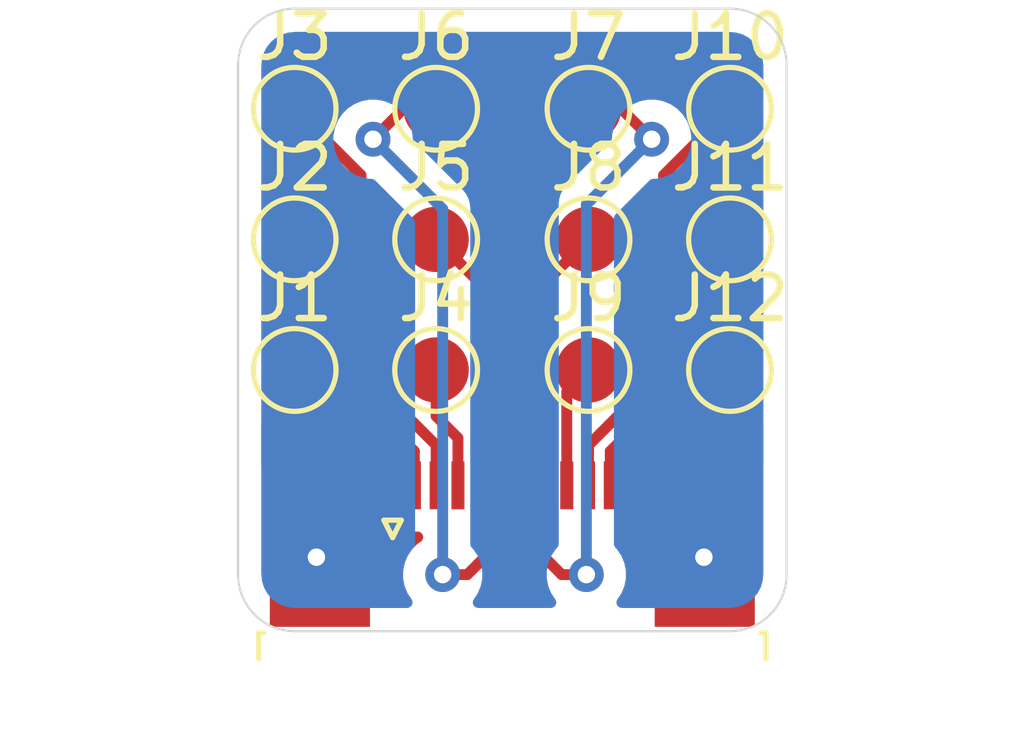
<source format=kicad_pcb>
(kicad_pcb (version 20171130) (host pcbnew "(5.1.5)-2")

  (general
    (thickness 1.6)
    (drawings 9)
    (tracks 63)
    (zones 0)
    (modules 13)
    (nets 14)
  )

  (page A4)
  (layers
    (0 F.Cu signal)
    (31 B.Cu signal)
    (32 B.Adhes user)
    (33 F.Adhes user)
    (34 B.Paste user)
    (35 F.Paste user)
    (36 B.SilkS user)
    (37 F.SilkS user)
    (38 B.Mask user)
    (39 F.Mask user)
    (40 Dwgs.User user)
    (41 Cmts.User user)
    (42 Eco1.User user)
    (43 Eco2.User user)
    (44 Edge.Cuts user)
    (45 Margin user)
    (46 B.CrtYd user)
    (47 F.CrtYd user)
    (48 B.Fab user)
    (49 F.Fab user)
  )

  (setup
    (last_trace_width 0.25)
    (trace_clearance 0.2)
    (zone_clearance 0.508)
    (zone_45_only no)
    (trace_min 0.2)
    (via_size 0.8)
    (via_drill 0.4)
    (via_min_size 0.4)
    (via_min_drill 0.3)
    (uvia_size 0.3)
    (uvia_drill 0.1)
    (uvias_allowed no)
    (uvia_min_size 0.2)
    (uvia_min_drill 0.1)
    (edge_width 0.05)
    (segment_width 0.2)
    (pcb_text_width 0.3)
    (pcb_text_size 1.5 1.5)
    (mod_edge_width 0.12)
    (mod_text_size 1 1)
    (mod_text_width 0.15)
    (pad_size 2.3 3.1)
    (pad_drill 0)
    (pad_to_mask_clearance 0.051)
    (solder_mask_min_width 0.25)
    (aux_axis_origin 0 0)
    (visible_elements 7FFFFFFF)
    (pcbplotparams
      (layerselection 0x010f0_ffffffff)
      (usegerberextensions true)
      (usegerberattributes false)
      (usegerberadvancedattributes false)
      (creategerberjobfile false)
      (excludeedgelayer true)
      (linewidth 0.100000)
      (plotframeref false)
      (viasonmask false)
      (mode 1)
      (useauxorigin false)
      (hpglpennumber 1)
      (hpglpenspeed 20)
      (hpglpendiameter 15.000000)
      (psnegative false)
      (psa4output false)
      (plotreference true)
      (plotvalue true)
      (plotinvisibletext false)
      (padsonsilk false)
      (subtractmaskfromsilk false)
      (outputformat 1)
      (mirror false)
      (drillshape 0)
      (scaleselection 1)
      (outputdirectory "gerbers/"))
  )

  (net 0 "")
  (net 1 "Net-(J1-Pad1)")
  (net 2 "Net-(J13-Pad3)")
  (net 3 "Net-(J13-Pad5)")
  (net 4 "Net-(J13-Pad7)")
  (net 5 "Net-(J13-Pad9)")
  (net 6 "Net-(J13-Pad2)")
  (net 7 "Net-(J13-Pad4)")
  (net 8 "Net-(J13-Pad6)")
  (net 9 "Net-(J10-Pad1)")
  (net 10 "Net-(J11-Pad1)")
  (net 11 "Net-(J12-Pad1)")
  (net 12 "Net-(J13-Pad8)")
  (net 13 GND)

  (net_class Default "This is the default net class."
    (clearance 0.2)
    (trace_width 0.25)
    (via_dia 0.8)
    (via_drill 0.4)
    (uvia_dia 0.3)
    (uvia_drill 0.1)
    (add_net GND)
    (add_net "Net-(J1-Pad1)")
    (add_net "Net-(J10-Pad1)")
    (add_net "Net-(J11-Pad1)")
    (add_net "Net-(J12-Pad1)")
    (add_net "Net-(J13-Pad2)")
    (add_net "Net-(J13-Pad3)")
    (add_net "Net-(J13-Pad4)")
    (add_net "Net-(J13-Pad5)")
    (add_net "Net-(J13-Pad6)")
    (add_net "Net-(J13-Pad7)")
    (add_net "Net-(J13-Pad8)")
    (add_net "Net-(J13-Pad9)")
  )

  (module Connector_FFC-FPC:TE_1-1734839-2_1x12-1MP_P0.5mm_Horizontal (layer F.Cu) (tedit 5EC60BBC) (tstamp 5EC649DA)
    (at 0 0)
    (descr "TE FPC connector, 12 top-side contacts, 0.5mm pitch, SMT, https://www.te.com/commerce/DocumentDelivery/DDEController?Action=showdoc&DocId=Customer+Drawing%7F1734839%7FC%7Fpdf%7FEnglish%7FENG_CD_1734839_C_C_1734839.pdf%7F4-1734839-0")
    (tags "te fpc 1734839")
    (path /5EC5FAE4)
    (attr smd)
    (fp_text reference J13 (at 0 -3.1) (layer F.SilkS) hide
      (effects (font (size 1 1) (thickness 0.15)))
    )
    (fp_text value Conn_01x13_Male (at 0 3.25) (layer Dwgs.User)
      (effects (font (size 0.5 0.5) (thickness 0.08)))
    )
    (fp_text user %R (at 0 1.55) (layer F.Fab)
      (effects (font (size 1 1) (thickness 0.15)))
    )
    (fp_line (start 6.22 -2.4) (end -6.22 -2.4) (layer F.CrtYd) (width 0.05))
    (fp_line (start 6.22 4.25) (end 6.22 -2.4) (layer F.CrtYd) (width 0.05))
    (fp_line (start -6.22 4.25) (end 6.22 4.25) (layer F.CrtYd) (width 0.05))
    (fp_line (start -6.22 -2.4) (end -6.22 4.25) (layer F.CrtYd) (width 0.05))
    (fp_line (start 5.605 2.75) (end -5.605 2.75) (layer Dwgs.User) (width 0.1))
    (fp_line (start -2.55 -0.55) (end -2.95 -0.55) (layer F.SilkS) (width 0.12))
    (fp_line (start -2.75 -0.15) (end -2.55 -0.55) (layer F.SilkS) (width 0.12))
    (fp_line (start -2.95 -0.55) (end -2.75 -0.15) (layer F.SilkS) (width 0.12))
    (fp_line (start 5.825 2.04) (end 5.825 2.64) (layer F.SilkS) (width 0.12))
    (fp_line (start 5.715 2.04) (end 5.825 2.04) (layer F.SilkS) (width 0.12))
    (fp_line (start -5.825 2.04) (end -5.825 2.64) (layer F.SilkS) (width 0.12))
    (fp_line (start -5.715 2.04) (end -5.825 2.04) (layer F.SilkS) (width 0.12))
    (fp_line (start -2.75 0.15) (end -2.35 -0.65) (layer F.Fab) (width 0.1))
    (fp_line (start -3.15 -0.65) (end -2.75 0.15) (layer F.Fab) (width 0.1))
    (fp_line (start -5.06 2.15) (end -5.06 -0.65) (layer F.Fab) (width 0.1))
    (fp_line (start -5.715 2.15) (end -5.06 2.15) (layer F.Fab) (width 0.1))
    (fp_line (start -5.715 3.75) (end -5.715 2.15) (layer F.Fab) (width 0.1))
    (fp_line (start 5.715 3.75) (end -5.715 3.75) (layer F.Fab) (width 0.1))
    (fp_line (start 5.715 2.15) (end 5.715 3.75) (layer F.Fab) (width 0.1))
    (fp_line (start 5.06 2.15) (end 5.715 2.15) (layer F.Fab) (width 0.1))
    (fp_line (start 5.06 -0.65) (end 5.06 2.15) (layer F.Fab) (width 0.1))
    (fp_line (start -5.06 -0.65) (end 5.06 -0.65) (layer F.Fab) (width 0.1))
    (pad 13 smd rect (at 4.42 0.35) (size 2.3 3.1) (layers F.Cu F.Paste F.Mask)
      (net 13 GND))
    (pad 13 smd rect (at -4.42 0.35) (size 2.3 3.1) (layers F.Cu F.Paste F.Mask)
      (net 13 GND))
    (pad 12 smd rect (at 2.75 -1.35) (size 0.3 1.1) (layers F.Cu F.Paste F.Mask)
      (net 11 "Net-(J12-Pad1)"))
    (pad 11 smd rect (at 2.25 -1.35) (size 0.3 1.1) (layers F.Cu F.Paste F.Mask)
      (net 10 "Net-(J11-Pad1)"))
    (pad 10 smd rect (at 1.75 -1.35) (size 0.3 1.1) (layers F.Cu F.Paste F.Mask)
      (net 9 "Net-(J10-Pad1)"))
    (pad 9 smd rect (at 1.25 -1.35) (size 0.3 1.1) (layers F.Cu F.Paste F.Mask)
      (net 5 "Net-(J13-Pad9)"))
    (pad 8 smd rect (at 0.75 -1.35) (size 0.3 1.1) (layers F.Cu F.Paste F.Mask)
      (net 12 "Net-(J13-Pad8)"))
    (pad 7 smd rect (at 0.25 -1.35) (size 0.3 1.1) (layers F.Cu F.Paste F.Mask)
      (net 4 "Net-(J13-Pad7)"))
    (pad 6 smd rect (at -0.25 -1.35) (size 0.3 1.1) (layers F.Cu F.Paste F.Mask)
      (net 8 "Net-(J13-Pad6)"))
    (pad 5 smd rect (at -0.75 -1.35) (size 0.3 1.1) (layers F.Cu F.Paste F.Mask)
      (net 3 "Net-(J13-Pad5)"))
    (pad 4 smd rect (at -1.25 -1.35) (size 0.3 1.1) (layers F.Cu F.Paste F.Mask)
      (net 7 "Net-(J13-Pad4)"))
    (pad 3 smd rect (at -1.75 -1.35) (size 0.3 1.1) (layers F.Cu F.Paste F.Mask)
      (net 2 "Net-(J13-Pad3)"))
    (pad 2 smd rect (at -2.25 -1.35) (size 0.3 1.1) (layers F.Cu F.Paste F.Mask)
      (net 6 "Net-(J13-Pad2)"))
    (pad 1 smd rect (at -2.75 -1.35) (size 0.3 1.1) (layers F.Cu F.Paste F.Mask)
      (net 1 "Net-(J1-Pad1)"))
    (model ${KISYS3DMOD}/Connector_FFC-FPC.3dshapes/TE_1-1734839-2_1x12-1MP_P0.5mm_Horizontal.wrl
      (at (xyz 0 0 0))
      (scale (xyz 1 1 1))
      (rotate (xyz 0 0 0))
    )
  )

  (module TestPoint:TestPoint_Pad_D1.5mm (layer F.Cu) (tedit 5A0F774F) (tstamp 5EC649B1)
    (at 5 -4)
    (descr "SMD pad as test Point, diameter 1.5mm")
    (tags "test point SMD pad")
    (path /5EC65C02)
    (attr virtual)
    (fp_text reference J12 (at 0 -1.648) (layer F.SilkS)
      (effects (font (size 1 1) (thickness 0.15)))
    )
    (fp_text value Conn_01x01_Male (at 0 1.75) (layer F.Fab)
      (effects (font (size 1 1) (thickness 0.15)))
    )
    (fp_circle (center 0 0) (end 0 0.95) (layer F.SilkS) (width 0.12))
    (fp_circle (center 0 0) (end 1.25 0) (layer F.CrtYd) (width 0.05))
    (fp_text user %R (at 0 -1.65) (layer F.Fab)
      (effects (font (size 1 1) (thickness 0.15)))
    )
    (pad 1 smd circle (at 0 0) (size 1.5 1.5) (layers F.Cu F.Mask)
      (net 11 "Net-(J12-Pad1)"))
  )

  (module TestPoint:TestPoint_Pad_D1.5mm (layer F.Cu) (tedit 5A0F774F) (tstamp 5EC649A9)
    (at 5 -10)
    (descr "SMD pad as test Point, diameter 1.5mm")
    (tags "test point SMD pad")
    (path /5EC65BF6)
    (attr virtual)
    (fp_text reference J10 (at 0 -1.648) (layer F.SilkS)
      (effects (font (size 1 1) (thickness 0.15)))
    )
    (fp_text value Conn_01x01_Male (at 0 1.75) (layer F.Fab)
      (effects (font (size 1 1) (thickness 0.15)))
    )
    (fp_circle (center 0 0) (end 0 0.95) (layer F.SilkS) (width 0.12))
    (fp_circle (center 0 0) (end 1.25 0) (layer F.CrtYd) (width 0.05))
    (fp_text user %R (at 0 -1.65) (layer F.Fab)
      (effects (font (size 1 1) (thickness 0.15)))
    )
    (pad 1 smd circle (at 0 0) (size 1.5 1.5) (layers F.Cu F.Mask)
      (net 9 "Net-(J10-Pad1)"))
  )

  (module TestPoint:TestPoint_Pad_D1.5mm (layer F.Cu) (tedit 5A0F774F) (tstamp 5EC649A1)
    (at 1.75 -7)
    (descr "SMD pad as test Point, diameter 1.5mm")
    (tags "test point SMD pad")
    (path /5EC650E0)
    (attr virtual)
    (fp_text reference J8 (at 0 -1.648) (layer F.SilkS)
      (effects (font (size 1 1) (thickness 0.15)))
    )
    (fp_text value Conn_01x01_Male (at 0 1.75) (layer F.Fab)
      (effects (font (size 1 1) (thickness 0.15)))
    )
    (fp_circle (center 0 0) (end 0 0.95) (layer F.SilkS) (width 0.12))
    (fp_circle (center 0 0) (end 1.25 0) (layer F.CrtYd) (width 0.05))
    (fp_text user %R (at 0 -1.65) (layer F.Fab)
      (effects (font (size 1 1) (thickness 0.15)))
    )
    (pad 1 smd circle (at 0 0) (size 1.5 1.5) (layers F.Cu F.Mask)
      (net 12 "Net-(J13-Pad8)"))
  )

  (module TestPoint:TestPoint_Pad_D1.5mm (layer F.Cu) (tedit 5A0F774F) (tstamp 5EC64999)
    (at -1.75 -10)
    (descr "SMD pad as test Point, diameter 1.5mm")
    (tags "test point SMD pad")
    (path /5EC650D4)
    (attr virtual)
    (fp_text reference J6 (at 0 -1.648) (layer F.SilkS)
      (effects (font (size 1 1) (thickness 0.15)))
    )
    (fp_text value Conn_01x01_Male (at 0 1.75) (layer F.Fab)
      (effects (font (size 1 1) (thickness 0.15)))
    )
    (fp_circle (center 0 0) (end 0 0.95) (layer F.SilkS) (width 0.12))
    (fp_circle (center 0 0) (end 1.25 0) (layer F.CrtYd) (width 0.05))
    (fp_text user %R (at 0 -1.65) (layer F.Fab)
      (effects (font (size 1 1) (thickness 0.15)))
    )
    (pad 1 smd circle (at 0 0) (size 1.5 1.5) (layers F.Cu F.Mask)
      (net 8 "Net-(J13-Pad6)"))
  )

  (module TestPoint:TestPoint_Pad_D1.5mm (layer F.Cu) (tedit 5A0F774F) (tstamp 5EC64991)
    (at -1.75 -4)
    (descr "SMD pad as test Point, diameter 1.5mm")
    (tags "test point SMD pad")
    (path /5EC6433A)
    (attr virtual)
    (fp_text reference J4 (at 0 -1.648) (layer F.SilkS)
      (effects (font (size 1 1) (thickness 0.15)))
    )
    (fp_text value Conn_01x01_Male (at 0 1.75) (layer F.Fab)
      (effects (font (size 1 1) (thickness 0.15)))
    )
    (fp_circle (center 0 0) (end 0 0.95) (layer F.SilkS) (width 0.12))
    (fp_circle (center 0 0) (end 1.25 0) (layer F.CrtYd) (width 0.05))
    (fp_text user %R (at 0 -1.65) (layer F.Fab)
      (effects (font (size 1 1) (thickness 0.15)))
    )
    (pad 1 smd circle (at 0 0) (size 1.5 1.5) (layers F.Cu F.Mask)
      (net 7 "Net-(J13-Pad4)"))
  )

  (module TestPoint:TestPoint_Pad_D1.5mm (layer F.Cu) (tedit 5A0F774F) (tstamp 5EC64989)
    (at -5 -7)
    (descr "SMD pad as test Point, diameter 1.5mm")
    (tags "test point SMD pad")
    (path /5EC634EC)
    (attr virtual)
    (fp_text reference J2 (at 0 -1.648) (layer F.SilkS)
      (effects (font (size 1 1) (thickness 0.15)))
    )
    (fp_text value Conn_01x01_Male (at 0 1.75) (layer F.Fab)
      (effects (font (size 1 1) (thickness 0.15)))
    )
    (fp_circle (center 0 0) (end 0 0.95) (layer F.SilkS) (width 0.12))
    (fp_circle (center 0 0) (end 1.25 0) (layer F.CrtYd) (width 0.05))
    (fp_text user %R (at 0 -1.65) (layer F.Fab)
      (effects (font (size 1 1) (thickness 0.15)))
    )
    (pad 1 smd circle (at 0 0) (size 1.5 1.5) (layers F.Cu F.Mask)
      (net 6 "Net-(J13-Pad2)"))
  )

  (module TestPoint:TestPoint_Pad_D1.5mm (layer F.Cu) (tedit 5A0F774F) (tstamp 5EC64981)
    (at 5 -7)
    (descr "SMD pad as test Point, diameter 1.5mm")
    (tags "test point SMD pad")
    (path /5EC65BFC)
    (attr virtual)
    (fp_text reference J11 (at 0 -1.648) (layer F.SilkS)
      (effects (font (size 1 1) (thickness 0.15)))
    )
    (fp_text value Conn_01x01_Male (at 0 1.75) (layer F.Fab)
      (effects (font (size 1 1) (thickness 0.15)))
    )
    (fp_circle (center 0 0) (end 0 0.95) (layer F.SilkS) (width 0.12))
    (fp_circle (center 0 0) (end 1.25 0) (layer F.CrtYd) (width 0.05))
    (fp_text user %R (at 0 -1.65) (layer F.Fab)
      (effects (font (size 1 1) (thickness 0.15)))
    )
    (pad 1 smd circle (at 0 0) (size 1.5 1.5) (layers F.Cu F.Mask)
      (net 10 "Net-(J11-Pad1)"))
  )

  (module TestPoint:TestPoint_Pad_D1.5mm (layer F.Cu) (tedit 5A0F774F) (tstamp 5EC64979)
    (at 1.75 -4)
    (descr "SMD pad as test Point, diameter 1.5mm")
    (tags "test point SMD pad")
    (path /5EC65BF0)
    (attr virtual)
    (fp_text reference J9 (at 0 -1.648) (layer F.SilkS)
      (effects (font (size 1 1) (thickness 0.15)))
    )
    (fp_text value Conn_01x01_Male (at 0 1.75) (layer F.Fab)
      (effects (font (size 1 1) (thickness 0.15)))
    )
    (fp_circle (center 0 0) (end 0 0.95) (layer F.SilkS) (width 0.12))
    (fp_circle (center 0 0) (end 1.25 0) (layer F.CrtYd) (width 0.05))
    (fp_text user %R (at 0 -1.65) (layer F.Fab)
      (effects (font (size 1 1) (thickness 0.15)))
    )
    (pad 1 smd circle (at 0 0) (size 1.5 1.5) (layers F.Cu F.Mask)
      (net 5 "Net-(J13-Pad9)"))
  )

  (module TestPoint:TestPoint_Pad_D1.5mm (layer F.Cu) (tedit 5A0F774F) (tstamp 5EC64971)
    (at 1.75 -10)
    (descr "SMD pad as test Point, diameter 1.5mm")
    (tags "test point SMD pad")
    (path /5EC650DA)
    (attr virtual)
    (fp_text reference J7 (at 0 -1.648) (layer F.SilkS)
      (effects (font (size 1 1) (thickness 0.15)))
    )
    (fp_text value Conn_01x01_Male (at 0 1.75) (layer F.Fab)
      (effects (font (size 1 1) (thickness 0.15)))
    )
    (fp_circle (center 0 0) (end 0 0.95) (layer F.SilkS) (width 0.12))
    (fp_circle (center 0 0) (end 1.25 0) (layer F.CrtYd) (width 0.05))
    (fp_text user %R (at 0 -1.65) (layer F.Fab)
      (effects (font (size 1 1) (thickness 0.15)))
    )
    (pad 1 smd circle (at 0 0) (size 1.5 1.5) (layers F.Cu F.Mask)
      (net 4 "Net-(J13-Pad7)"))
  )

  (module TestPoint:TestPoint_Pad_D1.5mm (layer F.Cu) (tedit 5A0F774F) (tstamp 5EC64969)
    (at -1.75 -7)
    (descr "SMD pad as test Point, diameter 1.5mm")
    (tags "test point SMD pad")
    (path /5EC650CE)
    (attr virtual)
    (fp_text reference J5 (at 0 -1.648) (layer F.SilkS)
      (effects (font (size 1 1) (thickness 0.15)))
    )
    (fp_text value Conn_01x01_Male (at 0 1.75) (layer F.Fab)
      (effects (font (size 1 1) (thickness 0.15)))
    )
    (fp_circle (center 0 0) (end 0 0.95) (layer F.SilkS) (width 0.12))
    (fp_circle (center 0 0) (end 1.25 0) (layer F.CrtYd) (width 0.05))
    (fp_text user %R (at 0 -1.65) (layer F.Fab)
      (effects (font (size 1 1) (thickness 0.15)))
    )
    (pad 1 smd circle (at 0 0) (size 1.5 1.5) (layers F.Cu F.Mask)
      (net 3 "Net-(J13-Pad5)"))
  )

  (module TestPoint:TestPoint_Pad_D1.5mm (layer F.Cu) (tedit 5A0F774F) (tstamp 5EC64961)
    (at -5 -10)
    (descr "SMD pad as test Point, diameter 1.5mm")
    (tags "test point SMD pad")
    (path /5EC64334)
    (attr virtual)
    (fp_text reference J3 (at 0 -1.648) (layer F.SilkS)
      (effects (font (size 1 1) (thickness 0.15)))
    )
    (fp_text value Conn_01x01_Male (at 0 1.75) (layer F.Fab)
      (effects (font (size 1 1) (thickness 0.15)))
    )
    (fp_circle (center 0 0) (end 0 0.95) (layer F.SilkS) (width 0.12))
    (fp_circle (center 0 0) (end 1.25 0) (layer F.CrtYd) (width 0.05))
    (fp_text user %R (at 0 -1.65) (layer F.Fab)
      (effects (font (size 1 1) (thickness 0.15)))
    )
    (pad 1 smd circle (at 0 0) (size 1.5 1.5) (layers F.Cu F.Mask)
      (net 2 "Net-(J13-Pad3)"))
  )

  (module TestPoint:TestPoint_Pad_D1.5mm (layer F.Cu) (tedit 5A0F774F) (tstamp 5EC64959)
    (at -5 -4)
    (descr "SMD pad as test Point, diameter 1.5mm")
    (tags "test point SMD pad")
    (path /5EC5F251)
    (attr virtual)
    (fp_text reference J1 (at 0 -1.648) (layer F.SilkS)
      (effects (font (size 1 1) (thickness 0.15)))
    )
    (fp_text value Conn_01x01_Male (at 0 1.75) (layer F.Fab)
      (effects (font (size 1 1) (thickness 0.15)))
    )
    (fp_circle (center 0 0) (end 0 0.95) (layer F.SilkS) (width 0.12))
    (fp_circle (center 0 0) (end 1.25 0) (layer F.CrtYd) (width 0.05))
    (fp_text user %R (at 0 -1.65) (layer F.Fab)
      (effects (font (size 1 1) (thickness 0.15)))
    )
    (pad 1 smd circle (at 0 0) (size 1.5 1.5) (layers F.Cu F.Mask)
      (net 1 "Net-(J1-Pad1)"))
  )

  (gr_text "makho\n12P-FPC" (at -4 -3.4 90) (layer B.Mask)
    (effects (font (size 1 1) (thickness 0.15)) (justify mirror))
  )
  (gr_arc (start 5 0.7) (end 5 2) (angle -90) (layer Edge.Cuts) (width 0.05) (tstamp 5EC660A3))
  (gr_arc (start -5 0.7) (end -6.3 0.7) (angle -90) (layer Edge.Cuts) (width 0.05) (tstamp 5EC660A3))
  (gr_arc (start -5 -11) (end -5 -12.3) (angle -90) (layer Edge.Cuts) (width 0.05) (tstamp 5EC66098))
  (gr_arc (start 5 -11) (end 6.3 -11) (angle -90) (layer Edge.Cuts) (width 0.05))
  (gr_line (start -5 -12.3) (end 5 -12.3) (layer Edge.Cuts) (width 0.05) (tstamp 5EC6525D))
  (gr_line (start -6.3 0.7) (end -6.3 -11) (layer Edge.Cuts) (width 0.05))
  (gr_line (start 5 2) (end -5 2) (layer Edge.Cuts) (width 0.05))
  (gr_line (start 6.3 -11) (end 6.3 0.7) (layer Edge.Cuts) (width 0.05))

  (via (at -4.5 0.3) (size 0.8) (drill 0.4) (layers F.Cu B.Cu) (net 13))
  (via (at 4.4 0.3) (size 0.8) (drill 0.4) (layers F.Cu B.Cu) (net 13))
  (segment (start -2.75 -1.75) (end -2.75 -1.35) (width 0.25) (layer F.Cu) (net 1))
  (segment (start -5 -4) (end -2.75 -1.75) (width 0.25) (layer F.Cu) (net 1))
  (segment (start -1.75 -2.15) (end -1.75 -1.35) (width 0.25) (layer F.Cu) (net 2))
  (segment (start -1.75 -2.271413) (end -1.75 -2.15) (width 0.25) (layer F.Cu) (net 2))
  (segment (start -3.474988 -8.474988) (end -3.474988 -3.996401) (width 0.25) (layer F.Cu) (net 2))
  (segment (start -5 -10) (end -3.474988 -8.474988) (width 0.25) (layer F.Cu) (net 2))
  (segment (start -3.474988 -3.996401) (end -1.75 -2.271413) (width 0.25) (layer F.Cu) (net 2))
  (segment (start -0.674999 -2.225001) (end -0.75 -2.15) (width 0.25) (layer F.Cu) (net 3))
  (segment (start -0.75 -2.15) (end -0.75 -1.35) (width 0.25) (layer F.Cu) (net 3))
  (segment (start -0.674999 -5.924999) (end -0.674999 -2.225001) (width 0.25) (layer F.Cu) (net 3))
  (segment (start -1.75 -7) (end -0.674999 -5.924999) (width 0.25) (layer F.Cu) (net 3))
  (via (at 3.2 -9.3) (size 0.8) (drill 0.4) (layers F.Cu B.Cu) (net 4))
  (segment (start 1.75 -10) (end 2.5 -10) (width 0.25) (layer F.Cu) (net 4))
  (segment (start 2.5 -10) (end 3.2 -9.3) (width 0.25) (layer F.Cu) (net 4))
  (segment (start 3.2 -9.3) (end 1.7 -7.8) (width 0.25) (layer B.Cu) (net 4))
  (via (at 1.7 0.7) (size 0.8) (drill 0.4) (layers F.Cu B.Cu) (net 4))
  (segment (start 1.7 -7.8) (end 1.7 0.7) (width 0.25) (layer B.Cu) (net 4))
  (segment (start 0.25 -0.55) (end 0.25 -1.35) (width 0.25) (layer F.Cu) (net 4))
  (segment (start 0.25 -0.184315) (end 0.25 -0.55) (width 0.25) (layer F.Cu) (net 4))
  (segment (start 1.134315 0.7) (end 0.25 -0.184315) (width 0.25) (layer F.Cu) (net 4))
  (segment (start 1.7 0.7) (end 1.134315 0.7) (width 0.25) (layer F.Cu) (net 4))
  (segment (start 1.75 -4) (end 1.25 -3.5) (width 0.25) (layer F.Cu) (net 5))
  (segment (start 1.25 -2.15) (end 1.25 -1.35) (width 0.25) (layer F.Cu) (net 5))
  (segment (start 1.25 -3.5) (end 1.25 -2.15) (width 0.25) (layer F.Cu) (net 5))
  (segment (start -3.924999 -3.810001) (end -2.25 -2.135002) (width 0.25) (layer F.Cu) (net 6))
  (segment (start -2.25 -2.135002) (end -2.25 -1.35) (width 0.25) (layer F.Cu) (net 6))
  (segment (start -3.924999 -5.924999) (end -3.924999 -3.810001) (width 0.25) (layer F.Cu) (net 6))
  (segment (start -5 -7) (end -3.924999 -5.924999) (width 0.25) (layer F.Cu) (net 6))
  (segment (start -1.25 -2.15) (end -1.25 -1.35) (width 0.25) (layer F.Cu) (net 7))
  (segment (start -1.75 -2.93934) (end -1.25 -2.43934) (width 0.25) (layer F.Cu) (net 7))
  (segment (start -1.25 -2.43934) (end -1.25 -2.15) (width 0.25) (layer F.Cu) (net 7))
  (segment (start -1.75 -4) (end -1.75 -2.93934) (width 0.25) (layer F.Cu) (net 7))
  (via (at -3.2 -9.3) (size 0.8) (drill 0.4) (layers F.Cu B.Cu) (net 8))
  (segment (start -1.75 -10) (end -2.5 -10) (width 0.25) (layer F.Cu) (net 8))
  (segment (start -2.5 -10) (end -3.2 -9.3) (width 0.25) (layer F.Cu) (net 8))
  (via (at -1.6 0.7) (size 0.8) (drill 0.4) (layers F.Cu B.Cu) (net 8))
  (segment (start -3.2 -9.3) (end -1.6 -7.7) (width 0.25) (layer B.Cu) (net 8))
  (segment (start -1.6 -7.7) (end -1.6 0.7) (width 0.25) (layer B.Cu) (net 8))
  (segment (start -0.25 -0.55) (end -0.25 -1.35) (width 0.25) (layer F.Cu) (net 8))
  (segment (start -0.25 -0.084315) (end -0.25 -0.55) (width 0.25) (layer F.Cu) (net 8))
  (segment (start -1.034315 0.7) (end -0.25 -0.084315) (width 0.25) (layer F.Cu) (net 8))
  (segment (start -1.6 0.7) (end -1.034315 0.7) (width 0.25) (layer F.Cu) (net 8))
  (segment (start 1.75 -2.15) (end 1.75 -1.35) (width 0.25) (layer F.Cu) (net 9))
  (segment (start 1.75 -2.271413) (end 1.75 -2.15) (width 0.25) (layer F.Cu) (net 9))
  (segment (start 3.474988 -3.996401) (end 1.75 -2.271413) (width 0.25) (layer F.Cu) (net 9))
  (segment (start 3.474988 -8.474988) (end 3.474988 -3.996401) (width 0.25) (layer F.Cu) (net 9))
  (segment (start 5 -10) (end 3.474988 -8.474988) (width 0.25) (layer F.Cu) (net 9))
  (segment (start 3.924999 -5.924999) (end 3.924999 -3.810001) (width 0.25) (layer F.Cu) (net 10))
  (segment (start 5 -7) (end 3.924999 -5.924999) (width 0.25) (layer F.Cu) (net 10))
  (segment (start 3.924999 -3.810001) (end 2.25 -2.135002) (width 0.25) (layer F.Cu) (net 10))
  (segment (start 2.25 -2.135002) (end 2.25 -1.35) (width 0.25) (layer F.Cu) (net 10))
  (segment (start 4.21359 -3.250001) (end 3.15 -2.186411) (width 0.25) (layer F.Cu) (net 11))
  (segment (start 2.75 -1.75) (end 2.75 -1.35) (width 0.25) (layer F.Cu) (net 11))
  (segment (start 4.250001 -3.250001) (end 4.21359 -3.250001) (width 0.25) (layer F.Cu) (net 11))
  (segment (start 5 -4) (end 4.250001 -3.250001) (width 0.25) (layer F.Cu) (net 11))
  (segment (start 3.15 -2.186411) (end 3.15 -2.15) (width 0.25) (layer F.Cu) (net 11))
  (segment (start 3.15 -2.15) (end 2.75 -1.75) (width 0.25) (layer F.Cu) (net 11))
  (segment (start 0.674999 -2.225001) (end 0.75 -2.15) (width 0.25) (layer F.Cu) (net 12))
  (segment (start 0.674999 -5.924999) (end 0.674999 -2.225001) (width 0.25) (layer F.Cu) (net 12))
  (segment (start 0.75 -2.15) (end 0.75 -1.35) (width 0.25) (layer F.Cu) (net 12))
  (segment (start 1.75 -7) (end 0.674999 -5.924999) (width 0.25) (layer F.Cu) (net 12))

  (zone (net 13) (net_name GND) (layer F.Cu) (tstamp 5EC66407) (hatch edge 0.508)
    (connect_pads (clearance 0.508))
    (min_thickness 0.254)
    (fill yes (arc_segments 32) (thermal_gap 0.508) (thermal_bridge_width 0.508))
    (polygon
      (pts
        (xy 6.3 2) (xy -6.3 2) (xy -6.3 -12.3) (xy 6.3 -12.3)
      )
    )
    (filled_polygon
      (pts
        (xy -5.403989 -2.668225) (xy -5.136411 -2.615) (xy -4.863589 -2.615) (xy -4.718635 -2.643833) (xy -3.910597 -1.835795)
        (xy -4.13425 -1.835) (xy -4.293 -1.67625) (xy -4.293 0.223) (xy -2.79375 0.223) (xy -2.635 0.06425)
        (xy -2.63445 -0.161928) (xy -2.6 -0.161928) (xy -2.5 -0.171777) (xy -2.4 -0.161928) (xy -2.172984 -0.161928)
        (xy -2.259774 -0.103937) (xy -2.403937 0.040226) (xy -2.517205 0.209744) (xy -2.595226 0.398102) (xy -2.635 0.598061)
        (xy -2.635 0.63575) (xy -2.79375 0.477) (xy -4.293 0.477) (xy -4.293 0.497) (xy -4.547 0.497)
        (xy -4.547 0.477) (xy -4.567 0.477) (xy -4.567 0.223) (xy -4.547 0.223) (xy -4.547 -1.67625)
        (xy -4.70575 -1.835) (xy -5.57 -1.838072) (xy -5.64 -1.831178) (xy -5.64 -2.765984)
      )
    )
    (filled_polygon
      (pts
        (xy 5.640001 -1.831178) (xy 5.57 -1.838072) (xy 4.70575 -1.835) (xy 4.547 -1.67625) (xy 4.547 0.223)
        (xy 4.567 0.223) (xy 4.567 0.477) (xy 4.547 0.477) (xy 4.547 0.497) (xy 4.293 0.497)
        (xy 4.293 0.477) (xy 4.273 0.477) (xy 4.273 0.223) (xy 4.293 0.223) (xy 4.293 -1.67625)
        (xy 4.13425 -1.835) (xy 3.874314 -1.835924) (xy 4.629467 -2.591075) (xy 4.674277 -2.615027) (xy 4.711184 -2.645316)
        (xy 4.863589 -2.615) (xy 5.136411 -2.615) (xy 5.403989 -2.668225) (xy 5.640001 -2.765984)
      )
    )
  )
  (zone (net 13) (net_name GND) (layer B.Cu) (tstamp 5EC66404) (hatch edge 0.508)
    (connect_pads (clearance 0.508))
    (min_thickness 0.254)
    (fill yes (arc_segments 32) (thermal_gap 0.508) (thermal_bridge_width 0.508))
    (polygon
      (pts
        (xy 6.3 2) (xy -6.3 2) (xy -6.3 -12.3) (xy 6.3 -12.3)
      )
    )
    (filled_polygon
      (pts
        (xy 5.123693 -11.624707) (xy 5.242681 -11.588782) (xy 5.352421 -11.530433) (xy 5.448734 -11.451881) (xy 5.52796 -11.356114)
        (xy 5.587075 -11.246783) (xy 5.623827 -11.128057) (xy 5.64 -10.974178) (xy 5.640001 0.667712) (xy 5.624707 0.823693)
        (xy 5.588782 0.942681) (xy 5.530434 1.052419) (xy 5.451882 1.148733) (xy 5.356114 1.22796) (xy 5.246784 1.287074)
        (xy 5.128053 1.323827) (xy 4.974179 1.34) (xy 2.51715 1.34) (xy 2.617205 1.190256) (xy 2.695226 1.001898)
        (xy 2.735 0.801939) (xy 2.735 0.598061) (xy 2.695226 0.398102) (xy 2.617205 0.209744) (xy 2.503937 0.040226)
        (xy 2.46 -0.003711) (xy 2.46 -7.485199) (xy 3.239802 -8.265) (xy 3.301939 -8.265) (xy 3.501898 -8.304774)
        (xy 3.690256 -8.382795) (xy 3.859774 -8.496063) (xy 4.003937 -8.640226) (xy 4.117205 -8.809744) (xy 4.195226 -8.998102)
        (xy 4.235 -9.198061) (xy 4.235 -9.401939) (xy 4.195226 -9.601898) (xy 4.117205 -9.790256) (xy 4.003937 -9.959774)
        (xy 3.859774 -10.103937) (xy 3.690256 -10.217205) (xy 3.501898 -10.295226) (xy 3.301939 -10.335) (xy 3.098061 -10.335)
        (xy 2.898102 -10.295226) (xy 2.709744 -10.217205) (xy 2.540226 -10.103937) (xy 2.396063 -9.959774) (xy 2.282795 -9.790256)
        (xy 2.204774 -9.601898) (xy 2.165 -9.401939) (xy 2.165 -9.339802) (xy 1.189003 -8.363804) (xy 1.159999 -8.340001)
        (xy 1.104871 -8.272826) (xy 1.065026 -8.224276) (xy 1.011575 -8.124276) (xy 0.994454 -8.092246) (xy 0.950997 -7.948985)
        (xy 0.94 -7.837332) (xy 0.94 -7.837322) (xy 0.936324 -7.8) (xy 0.94 -7.762678) (xy 0.940001 -0.003712)
        (xy 0.896063 0.040226) (xy 0.782795 0.209744) (xy 0.704774 0.398102) (xy 0.665 0.598061) (xy 0.665 0.801939)
        (xy 0.704774 1.001898) (xy 0.782795 1.190256) (xy 0.88285 1.34) (xy -0.78285 1.34) (xy -0.682795 1.190256)
        (xy -0.604774 1.001898) (xy -0.565 0.801939) (xy -0.565 0.598061) (xy -0.604774 0.398102) (xy -0.682795 0.209744)
        (xy -0.796063 0.040226) (xy -0.84 -0.003711) (xy -0.84 -7.662675) (xy -0.836324 -7.7) (xy -0.84 -7.737325)
        (xy -0.84 -7.737333) (xy -0.850997 -7.848986) (xy -0.894454 -7.992247) (xy -0.965026 -8.124276) (xy -1.059999 -8.240001)
        (xy -1.088996 -8.263798) (xy -2.165 -9.339801) (xy -2.165 -9.401939) (xy -2.204774 -9.601898) (xy -2.282795 -9.790256)
        (xy -2.396063 -9.959774) (xy -2.540226 -10.103937) (xy -2.709744 -10.217205) (xy -2.898102 -10.295226) (xy -3.098061 -10.335)
        (xy -3.301939 -10.335) (xy -3.501898 -10.295226) (xy -3.690256 -10.217205) (xy -3.859774 -10.103937) (xy -4.003937 -9.959774)
        (xy -4.117205 -9.790256) (xy -4.195226 -9.601898) (xy -4.235 -9.401939) (xy -4.235 -9.198061) (xy -4.195226 -8.998102)
        (xy -4.117205 -8.809744) (xy -4.003937 -8.640226) (xy -3.859774 -8.496063) (xy -3.690256 -8.382795) (xy -3.501898 -8.304774)
        (xy -3.301939 -8.265) (xy -3.239801 -8.265) (xy -2.36 -7.385198) (xy -2.359999 -0.003712) (xy -2.403937 0.040226)
        (xy -2.517205 0.209744) (xy -2.595226 0.398102) (xy -2.635 0.598061) (xy -2.635 0.801939) (xy -2.595226 1.001898)
        (xy -2.517205 1.190256) (xy -2.41715 1.34) (xy -4.967723 1.34) (xy -5.123693 1.324707) (xy -5.242681 1.288782)
        (xy -5.352419 1.230434) (xy -5.448733 1.151882) (xy -5.52796 1.056114) (xy -5.587074 0.946784) (xy -5.623827 0.828053)
        (xy -5.64 0.674179) (xy -5.64 -10.967723) (xy -5.624707 -11.123693) (xy -5.588782 -11.242681) (xy -5.530433 -11.352421)
        (xy -5.451881 -11.448734) (xy -5.356114 -11.52796) (xy -5.246783 -11.587075) (xy -5.128057 -11.623827) (xy -4.974179 -11.64)
        (xy 4.967723 -11.64)
      )
    )
  )
)

</source>
